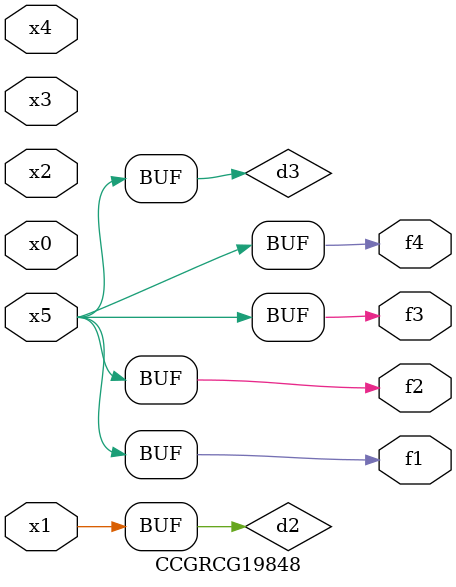
<source format=v>
module CCGRCG19848(
	input x0, x1, x2, x3, x4, x5,
	output f1, f2, f3, f4
);

	wire d1, d2, d3;

	not (d1, x5);
	or (d2, x1);
	xnor (d3, d1);
	assign f1 = d3;
	assign f2 = d3;
	assign f3 = d3;
	assign f4 = d3;
endmodule

</source>
